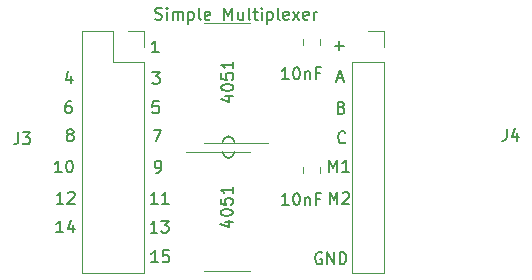
<source format=gbr>
%TF.GenerationSoftware,KiCad,Pcbnew,(6.0.6)*%
%TF.CreationDate,2022-09-21T08:03:07-07:00*%
%TF.ProjectId,takshaka-mux-board-rounded,74616b73-6861-46b6-912d-6d75782d626f,rev?*%
%TF.SameCoordinates,Original*%
%TF.FileFunction,Legend,Top*%
%TF.FilePolarity,Positive*%
%FSLAX46Y46*%
G04 Gerber Fmt 4.6, Leading zero omitted, Abs format (unit mm)*
G04 Created by KiCad (PCBNEW (6.0.6)) date 2022-09-21 08:03:07*
%MOMM*%
%LPD*%
G01*
G04 APERTURE LIST*
%ADD10C,0.150000*%
%ADD11C,0.120000*%
G04 APERTURE END LIST*
D10*
X239440000Y-142550000D02*
G75*
G03*
X238440000Y-142550000I-500000J0D01*
G01*
X238440000Y-143370000D02*
G75*
G03*
X239440000Y-143370000I500000J0D01*
G01*
X247470476Y-145032380D02*
X247470476Y-144032380D01*
X247803809Y-144746666D01*
X248137142Y-144032380D01*
X248137142Y-145032380D01*
X249137142Y-145032380D02*
X248565714Y-145032380D01*
X248851428Y-145032380D02*
X248851428Y-144032380D01*
X248756190Y-144175238D01*
X248660952Y-144270476D01*
X248565714Y-144318095D01*
X232919523Y-150192380D02*
X232348095Y-150192380D01*
X232633809Y-150192380D02*
X232633809Y-149192380D01*
X232538571Y-149335238D01*
X232443333Y-149430476D01*
X232348095Y-149478095D01*
X233252857Y-149192380D02*
X233871904Y-149192380D01*
X233538571Y-149573333D01*
X233681428Y-149573333D01*
X233776666Y-149620952D01*
X233824285Y-149668571D01*
X233871904Y-149763809D01*
X233871904Y-150001904D01*
X233824285Y-150097142D01*
X233776666Y-150144761D01*
X233681428Y-150192380D01*
X233395714Y-150192380D01*
X233300476Y-150144761D01*
X233252857Y-150097142D01*
X225620476Y-136895714D02*
X225620476Y-137562380D01*
X225382380Y-136514761D02*
X225144285Y-137229047D01*
X225763333Y-137229047D01*
X232779523Y-145112380D02*
X232970000Y-145112380D01*
X233065238Y-145064761D01*
X233112857Y-145017142D01*
X233208095Y-144874285D01*
X233255714Y-144683809D01*
X233255714Y-144302857D01*
X233208095Y-144207619D01*
X233160476Y-144160000D01*
X233065238Y-144112380D01*
X232874761Y-144112380D01*
X232779523Y-144160000D01*
X232731904Y-144207619D01*
X232684285Y-144302857D01*
X232684285Y-144540952D01*
X232731904Y-144636190D01*
X232779523Y-144683809D01*
X232874761Y-144731428D01*
X233065238Y-144731428D01*
X233160476Y-144683809D01*
X233208095Y-144636190D01*
X233255714Y-144540952D01*
X233035714Y-134932380D02*
X232464285Y-134932380D01*
X232750000Y-134932380D02*
X232750000Y-133932380D01*
X232654761Y-134075238D01*
X232559523Y-134170476D01*
X232464285Y-134218095D01*
X248839523Y-142527142D02*
X248791904Y-142574761D01*
X248649047Y-142622380D01*
X248553809Y-142622380D01*
X248410952Y-142574761D01*
X248315714Y-142479523D01*
X248268095Y-142384285D01*
X248220476Y-142193809D01*
X248220476Y-142050952D01*
X248268095Y-141860476D01*
X248315714Y-141765238D01*
X248410952Y-141670000D01*
X248553809Y-141622380D01*
X248649047Y-141622380D01*
X248791904Y-141670000D01*
X248839523Y-141717619D01*
X248141904Y-137136666D02*
X248618095Y-137136666D01*
X248046666Y-137422380D02*
X248380000Y-136422380D01*
X248713333Y-137422380D01*
X232596666Y-141472380D02*
X233263333Y-141472380D01*
X232834761Y-142472380D01*
X232486666Y-136592380D02*
X233105714Y-136592380D01*
X232772380Y-136973333D01*
X232915238Y-136973333D01*
X233010476Y-137020952D01*
X233058095Y-137068571D01*
X233105714Y-137163809D01*
X233105714Y-137401904D01*
X233058095Y-137497142D01*
X233010476Y-137544761D01*
X232915238Y-137592380D01*
X232629523Y-137592380D01*
X232534285Y-137544761D01*
X232486666Y-137497142D01*
X225590476Y-139052380D02*
X225400000Y-139052380D01*
X225304761Y-139100000D01*
X225257142Y-139147619D01*
X225161904Y-139290476D01*
X225114285Y-139480952D01*
X225114285Y-139861904D01*
X225161904Y-139957142D01*
X225209523Y-140004761D01*
X225304761Y-140052380D01*
X225495238Y-140052380D01*
X225590476Y-140004761D01*
X225638095Y-139957142D01*
X225685714Y-139861904D01*
X225685714Y-139623809D01*
X225638095Y-139528571D01*
X225590476Y-139480952D01*
X225495238Y-139433333D01*
X225304761Y-139433333D01*
X225209523Y-139480952D01*
X225161904Y-139528571D01*
X225114285Y-139623809D01*
X233028095Y-139082380D02*
X232551904Y-139082380D01*
X232504285Y-139558571D01*
X232551904Y-139510952D01*
X232647142Y-139463333D01*
X232885238Y-139463333D01*
X232980476Y-139510952D01*
X233028095Y-139558571D01*
X233075714Y-139653809D01*
X233075714Y-139891904D01*
X233028095Y-139987142D01*
X232980476Y-140034761D01*
X232885238Y-140082380D01*
X232647142Y-140082380D01*
X232551904Y-140034761D01*
X232504285Y-139987142D01*
X224949523Y-150182380D02*
X224378095Y-150182380D01*
X224663809Y-150182380D02*
X224663809Y-149182380D01*
X224568571Y-149325238D01*
X224473333Y-149420476D01*
X224378095Y-149468095D01*
X225806666Y-149515714D02*
X225806666Y-150182380D01*
X225568571Y-149134761D02*
X225330476Y-149849047D01*
X225949523Y-149849047D01*
X246838095Y-151910000D02*
X246742857Y-151862380D01*
X246600000Y-151862380D01*
X246457142Y-151910000D01*
X246361904Y-152005238D01*
X246314285Y-152100476D01*
X246266666Y-152290952D01*
X246266666Y-152433809D01*
X246314285Y-152624285D01*
X246361904Y-152719523D01*
X246457142Y-152814761D01*
X246600000Y-152862380D01*
X246695238Y-152862380D01*
X246838095Y-152814761D01*
X246885714Y-152767142D01*
X246885714Y-152433809D01*
X246695238Y-152433809D01*
X247314285Y-152862380D02*
X247314285Y-151862380D01*
X247885714Y-152862380D01*
X247885714Y-151862380D01*
X248361904Y-152862380D02*
X248361904Y-151862380D01*
X248600000Y-151862380D01*
X248742857Y-151910000D01*
X248838095Y-152005238D01*
X248885714Y-152100476D01*
X248933333Y-152290952D01*
X248933333Y-152433809D01*
X248885714Y-152624285D01*
X248838095Y-152719523D01*
X248742857Y-152814761D01*
X248600000Y-152862380D01*
X248361904Y-152862380D01*
X247929047Y-134351428D02*
X248690952Y-134351428D01*
X248310000Y-134732380D02*
X248310000Y-133970476D01*
X232939523Y-147752380D02*
X232368095Y-147752380D01*
X232653809Y-147752380D02*
X232653809Y-146752380D01*
X232558571Y-146895238D01*
X232463333Y-146990476D01*
X232368095Y-147038095D01*
X233891904Y-147752380D02*
X233320476Y-147752380D01*
X233606190Y-147752380D02*
X233606190Y-146752380D01*
X233510952Y-146895238D01*
X233415714Y-146990476D01*
X233320476Y-147038095D01*
X224809523Y-145102380D02*
X224238095Y-145102380D01*
X224523809Y-145102380D02*
X224523809Y-144102380D01*
X224428571Y-144245238D01*
X224333333Y-144340476D01*
X224238095Y-144388095D01*
X225428571Y-144102380D02*
X225523809Y-144102380D01*
X225619047Y-144150000D01*
X225666666Y-144197619D01*
X225714285Y-144292857D01*
X225761904Y-144483333D01*
X225761904Y-144721428D01*
X225714285Y-144911904D01*
X225666666Y-145007142D01*
X225619047Y-145054761D01*
X225523809Y-145102380D01*
X225428571Y-145102380D01*
X225333333Y-145054761D01*
X225285714Y-145007142D01*
X225238095Y-144911904D01*
X225190476Y-144721428D01*
X225190476Y-144483333D01*
X225238095Y-144292857D01*
X225285714Y-144197619D01*
X225333333Y-144150000D01*
X225428571Y-144102380D01*
X232740476Y-132114761D02*
X232883333Y-132162380D01*
X233121428Y-132162380D01*
X233216666Y-132114761D01*
X233264285Y-132067142D01*
X233311904Y-131971904D01*
X233311904Y-131876666D01*
X233264285Y-131781428D01*
X233216666Y-131733809D01*
X233121428Y-131686190D01*
X232930952Y-131638571D01*
X232835714Y-131590952D01*
X232788095Y-131543333D01*
X232740476Y-131448095D01*
X232740476Y-131352857D01*
X232788095Y-131257619D01*
X232835714Y-131210000D01*
X232930952Y-131162380D01*
X233169047Y-131162380D01*
X233311904Y-131210000D01*
X233740476Y-132162380D02*
X233740476Y-131495714D01*
X233740476Y-131162380D02*
X233692857Y-131210000D01*
X233740476Y-131257619D01*
X233788095Y-131210000D01*
X233740476Y-131162380D01*
X233740476Y-131257619D01*
X234216666Y-132162380D02*
X234216666Y-131495714D01*
X234216666Y-131590952D02*
X234264285Y-131543333D01*
X234359523Y-131495714D01*
X234502380Y-131495714D01*
X234597619Y-131543333D01*
X234645238Y-131638571D01*
X234645238Y-132162380D01*
X234645238Y-131638571D02*
X234692857Y-131543333D01*
X234788095Y-131495714D01*
X234930952Y-131495714D01*
X235026190Y-131543333D01*
X235073809Y-131638571D01*
X235073809Y-132162380D01*
X235550000Y-131495714D02*
X235550000Y-132495714D01*
X235550000Y-131543333D02*
X235645238Y-131495714D01*
X235835714Y-131495714D01*
X235930952Y-131543333D01*
X235978571Y-131590952D01*
X236026190Y-131686190D01*
X236026190Y-131971904D01*
X235978571Y-132067142D01*
X235930952Y-132114761D01*
X235835714Y-132162380D01*
X235645238Y-132162380D01*
X235550000Y-132114761D01*
X236597619Y-132162380D02*
X236502380Y-132114761D01*
X236454761Y-132019523D01*
X236454761Y-131162380D01*
X237359523Y-132114761D02*
X237264285Y-132162380D01*
X237073809Y-132162380D01*
X236978571Y-132114761D01*
X236930952Y-132019523D01*
X236930952Y-131638571D01*
X236978571Y-131543333D01*
X237073809Y-131495714D01*
X237264285Y-131495714D01*
X237359523Y-131543333D01*
X237407142Y-131638571D01*
X237407142Y-131733809D01*
X236930952Y-131829047D01*
X238597619Y-132162380D02*
X238597619Y-131162380D01*
X238930952Y-131876666D01*
X239264285Y-131162380D01*
X239264285Y-132162380D01*
X240169047Y-131495714D02*
X240169047Y-132162380D01*
X239740476Y-131495714D02*
X239740476Y-132019523D01*
X239788095Y-132114761D01*
X239883333Y-132162380D01*
X240026190Y-132162380D01*
X240121428Y-132114761D01*
X240169047Y-132067142D01*
X240788095Y-132162380D02*
X240692857Y-132114761D01*
X240645238Y-132019523D01*
X240645238Y-131162380D01*
X241026190Y-131495714D02*
X241407142Y-131495714D01*
X241169047Y-131162380D02*
X241169047Y-132019523D01*
X241216666Y-132114761D01*
X241311904Y-132162380D01*
X241407142Y-132162380D01*
X241740476Y-132162380D02*
X241740476Y-131495714D01*
X241740476Y-131162380D02*
X241692857Y-131210000D01*
X241740476Y-131257619D01*
X241788095Y-131210000D01*
X241740476Y-131162380D01*
X241740476Y-131257619D01*
X242216666Y-131495714D02*
X242216666Y-132495714D01*
X242216666Y-131543333D02*
X242311904Y-131495714D01*
X242502380Y-131495714D01*
X242597619Y-131543333D01*
X242645238Y-131590952D01*
X242692857Y-131686190D01*
X242692857Y-131971904D01*
X242645238Y-132067142D01*
X242597619Y-132114761D01*
X242502380Y-132162380D01*
X242311904Y-132162380D01*
X242216666Y-132114761D01*
X243264285Y-132162380D02*
X243169047Y-132114761D01*
X243121428Y-132019523D01*
X243121428Y-131162380D01*
X244026190Y-132114761D02*
X243930952Y-132162380D01*
X243740476Y-132162380D01*
X243645238Y-132114761D01*
X243597619Y-132019523D01*
X243597619Y-131638571D01*
X243645238Y-131543333D01*
X243740476Y-131495714D01*
X243930952Y-131495714D01*
X244026190Y-131543333D01*
X244073809Y-131638571D01*
X244073809Y-131733809D01*
X243597619Y-131829047D01*
X244407142Y-132162380D02*
X244930952Y-131495714D01*
X244407142Y-131495714D02*
X244930952Y-132162380D01*
X245692857Y-132114761D02*
X245597619Y-132162380D01*
X245407142Y-132162380D01*
X245311904Y-132114761D01*
X245264285Y-132019523D01*
X245264285Y-131638571D01*
X245311904Y-131543333D01*
X245407142Y-131495714D01*
X245597619Y-131495714D01*
X245692857Y-131543333D01*
X245740476Y-131638571D01*
X245740476Y-131733809D01*
X245264285Y-131829047D01*
X246169047Y-132162380D02*
X246169047Y-131495714D01*
X246169047Y-131686190D02*
X246216666Y-131590952D01*
X246264285Y-131543333D01*
X246359523Y-131495714D01*
X246454761Y-131495714D01*
X247500476Y-147752380D02*
X247500476Y-146752380D01*
X247833809Y-147466666D01*
X248167142Y-146752380D01*
X248167142Y-147752380D01*
X248595714Y-146847619D02*
X248643333Y-146800000D01*
X248738571Y-146752380D01*
X248976666Y-146752380D01*
X249071904Y-146800000D01*
X249119523Y-146847619D01*
X249167142Y-146942857D01*
X249167142Y-147038095D01*
X249119523Y-147180952D01*
X248548095Y-147752380D01*
X249167142Y-147752380D01*
X248521428Y-139598571D02*
X248664285Y-139646190D01*
X248711904Y-139693809D01*
X248759523Y-139789047D01*
X248759523Y-139931904D01*
X248711904Y-140027142D01*
X248664285Y-140074761D01*
X248569047Y-140122380D01*
X248188095Y-140122380D01*
X248188095Y-139122380D01*
X248521428Y-139122380D01*
X248616666Y-139170000D01*
X248664285Y-139217619D01*
X248711904Y-139312857D01*
X248711904Y-139408095D01*
X248664285Y-139503333D01*
X248616666Y-139550952D01*
X248521428Y-139598571D01*
X248188095Y-139598571D01*
X232979523Y-152702380D02*
X232408095Y-152702380D01*
X232693809Y-152702380D02*
X232693809Y-151702380D01*
X232598571Y-151845238D01*
X232503333Y-151940476D01*
X232408095Y-151988095D01*
X233884285Y-151702380D02*
X233408095Y-151702380D01*
X233360476Y-152178571D01*
X233408095Y-152130952D01*
X233503333Y-152083333D01*
X233741428Y-152083333D01*
X233836666Y-152130952D01*
X233884285Y-152178571D01*
X233931904Y-152273809D01*
X233931904Y-152511904D01*
X233884285Y-152607142D01*
X233836666Y-152654761D01*
X233741428Y-152702380D01*
X233503333Y-152702380D01*
X233408095Y-152654761D01*
X233360476Y-152607142D01*
X225444761Y-141870952D02*
X225349523Y-141823333D01*
X225301904Y-141775714D01*
X225254285Y-141680476D01*
X225254285Y-141632857D01*
X225301904Y-141537619D01*
X225349523Y-141490000D01*
X225444761Y-141442380D01*
X225635238Y-141442380D01*
X225730476Y-141490000D01*
X225778095Y-141537619D01*
X225825714Y-141632857D01*
X225825714Y-141680476D01*
X225778095Y-141775714D01*
X225730476Y-141823333D01*
X225635238Y-141870952D01*
X225444761Y-141870952D01*
X225349523Y-141918571D01*
X225301904Y-141966190D01*
X225254285Y-142061428D01*
X225254285Y-142251904D01*
X225301904Y-142347142D01*
X225349523Y-142394761D01*
X225444761Y-142442380D01*
X225635238Y-142442380D01*
X225730476Y-142394761D01*
X225778095Y-142347142D01*
X225825714Y-142251904D01*
X225825714Y-142061428D01*
X225778095Y-141966190D01*
X225730476Y-141918571D01*
X225635238Y-141870952D01*
X224969523Y-147742380D02*
X224398095Y-147742380D01*
X224683809Y-147742380D02*
X224683809Y-146742380D01*
X224588571Y-146885238D01*
X224493333Y-146980476D01*
X224398095Y-147028095D01*
X225350476Y-146837619D02*
X225398095Y-146790000D01*
X225493333Y-146742380D01*
X225731428Y-146742380D01*
X225826666Y-146790000D01*
X225874285Y-146837619D01*
X225921904Y-146932857D01*
X225921904Y-147028095D01*
X225874285Y-147170952D01*
X225302857Y-147742380D01*
X225921904Y-147742380D01*
%TO.C,U2*%
X238665714Y-138668095D02*
X239332380Y-138668095D01*
X238284761Y-138906190D02*
X238999047Y-139144285D01*
X238999047Y-138525238D01*
X238332380Y-137953809D02*
X238332380Y-137858571D01*
X238380000Y-137763333D01*
X238427619Y-137715714D01*
X238522857Y-137668095D01*
X238713333Y-137620476D01*
X238951428Y-137620476D01*
X239141904Y-137668095D01*
X239237142Y-137715714D01*
X239284761Y-137763333D01*
X239332380Y-137858571D01*
X239332380Y-137953809D01*
X239284761Y-138049047D01*
X239237142Y-138096666D01*
X239141904Y-138144285D01*
X238951428Y-138191904D01*
X238713333Y-138191904D01*
X238522857Y-138144285D01*
X238427619Y-138096666D01*
X238380000Y-138049047D01*
X238332380Y-137953809D01*
X238332380Y-136715714D02*
X238332380Y-137191904D01*
X238808571Y-137239523D01*
X238760952Y-137191904D01*
X238713333Y-137096666D01*
X238713333Y-136858571D01*
X238760952Y-136763333D01*
X238808571Y-136715714D01*
X238903809Y-136668095D01*
X239141904Y-136668095D01*
X239237142Y-136715714D01*
X239284761Y-136763333D01*
X239332380Y-136858571D01*
X239332380Y-137096666D01*
X239284761Y-137191904D01*
X239237142Y-137239523D01*
X239332380Y-135715714D02*
X239332380Y-136287142D01*
X239332380Y-136001428D02*
X238332380Y-136001428D01*
X238475238Y-136096666D01*
X238570476Y-136191904D01*
X238618095Y-136287142D01*
%TO.C,J4*%
X262496666Y-141402380D02*
X262496666Y-142116666D01*
X262449047Y-142259523D01*
X262353809Y-142354761D01*
X262210952Y-142402380D01*
X262115714Y-142402380D01*
X263401428Y-141735714D02*
X263401428Y-142402380D01*
X263163333Y-141354761D02*
X262925238Y-142069047D01*
X263544285Y-142069047D01*
%TO.C,C2*%
X244038571Y-147842380D02*
X243467142Y-147842380D01*
X243752857Y-147842380D02*
X243752857Y-146842380D01*
X243657619Y-146985238D01*
X243562380Y-147080476D01*
X243467142Y-147128095D01*
X244657619Y-146842380D02*
X244752857Y-146842380D01*
X244848095Y-146890000D01*
X244895714Y-146937619D01*
X244943333Y-147032857D01*
X244990952Y-147223333D01*
X244990952Y-147461428D01*
X244943333Y-147651904D01*
X244895714Y-147747142D01*
X244848095Y-147794761D01*
X244752857Y-147842380D01*
X244657619Y-147842380D01*
X244562380Y-147794761D01*
X244514761Y-147747142D01*
X244467142Y-147651904D01*
X244419523Y-147461428D01*
X244419523Y-147223333D01*
X244467142Y-147032857D01*
X244514761Y-146937619D01*
X244562380Y-146890000D01*
X244657619Y-146842380D01*
X245419523Y-147175714D02*
X245419523Y-147842380D01*
X245419523Y-147270952D02*
X245467142Y-147223333D01*
X245562380Y-147175714D01*
X245705238Y-147175714D01*
X245800476Y-147223333D01*
X245848095Y-147318571D01*
X245848095Y-147842380D01*
X246657619Y-147318571D02*
X246324285Y-147318571D01*
X246324285Y-147842380D02*
X246324285Y-146842380D01*
X246800476Y-146842380D01*
%TO.C,C1*%
X244048571Y-137192380D02*
X243477142Y-137192380D01*
X243762857Y-137192380D02*
X243762857Y-136192380D01*
X243667619Y-136335238D01*
X243572380Y-136430476D01*
X243477142Y-136478095D01*
X244667619Y-136192380D02*
X244762857Y-136192380D01*
X244858095Y-136240000D01*
X244905714Y-136287619D01*
X244953333Y-136382857D01*
X245000952Y-136573333D01*
X245000952Y-136811428D01*
X244953333Y-137001904D01*
X244905714Y-137097142D01*
X244858095Y-137144761D01*
X244762857Y-137192380D01*
X244667619Y-137192380D01*
X244572380Y-137144761D01*
X244524761Y-137097142D01*
X244477142Y-137001904D01*
X244429523Y-136811428D01*
X244429523Y-136573333D01*
X244477142Y-136382857D01*
X244524761Y-136287619D01*
X244572380Y-136240000D01*
X244667619Y-136192380D01*
X245429523Y-136525714D02*
X245429523Y-137192380D01*
X245429523Y-136620952D02*
X245477142Y-136573333D01*
X245572380Y-136525714D01*
X245715238Y-136525714D01*
X245810476Y-136573333D01*
X245858095Y-136668571D01*
X245858095Y-137192380D01*
X246667619Y-136668571D02*
X246334285Y-136668571D01*
X246334285Y-137192380D02*
X246334285Y-136192380D01*
X246810476Y-136192380D01*
%TO.C,J3*%
X221126666Y-141712380D02*
X221126666Y-142426666D01*
X221079047Y-142569523D01*
X220983809Y-142664761D01*
X220840952Y-142712380D01*
X220745714Y-142712380D01*
X221507619Y-141712380D02*
X222126666Y-141712380D01*
X221793333Y-142093333D01*
X221936190Y-142093333D01*
X222031428Y-142140952D01*
X222079047Y-142188571D01*
X222126666Y-142283809D01*
X222126666Y-142521904D01*
X222079047Y-142617142D01*
X222031428Y-142664761D01*
X221936190Y-142712380D01*
X221650476Y-142712380D01*
X221555238Y-142664761D01*
X221507619Y-142617142D01*
%TO.C,U1*%
X238615714Y-149258095D02*
X239282380Y-149258095D01*
X238234761Y-149496190D02*
X238949047Y-149734285D01*
X238949047Y-149115238D01*
X238282380Y-148543809D02*
X238282380Y-148448571D01*
X238330000Y-148353333D01*
X238377619Y-148305714D01*
X238472857Y-148258095D01*
X238663333Y-148210476D01*
X238901428Y-148210476D01*
X239091904Y-148258095D01*
X239187142Y-148305714D01*
X239234761Y-148353333D01*
X239282380Y-148448571D01*
X239282380Y-148543809D01*
X239234761Y-148639047D01*
X239187142Y-148686666D01*
X239091904Y-148734285D01*
X238901428Y-148781904D01*
X238663333Y-148781904D01*
X238472857Y-148734285D01*
X238377619Y-148686666D01*
X238330000Y-148639047D01*
X238282380Y-148543809D01*
X238282380Y-147305714D02*
X238282380Y-147781904D01*
X238758571Y-147829523D01*
X238710952Y-147781904D01*
X238663333Y-147686666D01*
X238663333Y-147448571D01*
X238710952Y-147353333D01*
X238758571Y-147305714D01*
X238853809Y-147258095D01*
X239091904Y-147258095D01*
X239187142Y-147305714D01*
X239234761Y-147353333D01*
X239282380Y-147448571D01*
X239282380Y-147686666D01*
X239234761Y-147781904D01*
X239187142Y-147829523D01*
X239282380Y-146305714D02*
X239282380Y-146877142D01*
X239282380Y-146591428D02*
X238282380Y-146591428D01*
X238425238Y-146686666D01*
X238520476Y-146781904D01*
X238568095Y-146877142D01*
D11*
%TO.C,U2*%
X238800000Y-132450000D02*
X240750000Y-132450000D01*
X238800000Y-132450000D02*
X236850000Y-132450000D01*
X238800000Y-142570000D02*
X236850000Y-142570000D01*
X238800000Y-142570000D02*
X242250000Y-142570000D01*
%TO.C,J4*%
X249420000Y-135740000D02*
X252080000Y-135740000D01*
X252080000Y-133140000D02*
X252080000Y-134470000D01*
X249420000Y-153580000D02*
X252080000Y-153580000D01*
X249420000Y-135740000D02*
X249420000Y-153580000D01*
X250750000Y-133140000D02*
X252080000Y-133140000D01*
X252080000Y-135740000D02*
X252080000Y-153580000D01*
%TO.C,C2*%
X246695000Y-144628748D02*
X246695000Y-145151252D01*
X245225000Y-144628748D02*
X245225000Y-145151252D01*
%TO.C,C1*%
X246695000Y-133758748D02*
X246695000Y-134281252D01*
X245225000Y-133758748D02*
X245225000Y-134281252D01*
%TO.C,J3*%
X230430000Y-133140000D02*
X231760000Y-133140000D01*
X226560000Y-133140000D02*
X226560000Y-153580000D01*
X231760000Y-135740000D02*
X231760000Y-153580000D01*
X226560000Y-153580000D02*
X231760000Y-153580000D01*
X229160000Y-133140000D02*
X229160000Y-135740000D01*
X229160000Y-135740000D02*
X231760000Y-135740000D01*
X226560000Y-133140000D02*
X229160000Y-133140000D01*
X231760000Y-133140000D02*
X231760000Y-134470000D01*
%TO.C,U1*%
X238800000Y-143350000D02*
X240750000Y-143350000D01*
X238800000Y-143350000D02*
X235350000Y-143350000D01*
X238800000Y-153470000D02*
X236850000Y-153470000D01*
X238800000Y-153470000D02*
X240750000Y-153470000D01*
%TD*%
M02*

</source>
